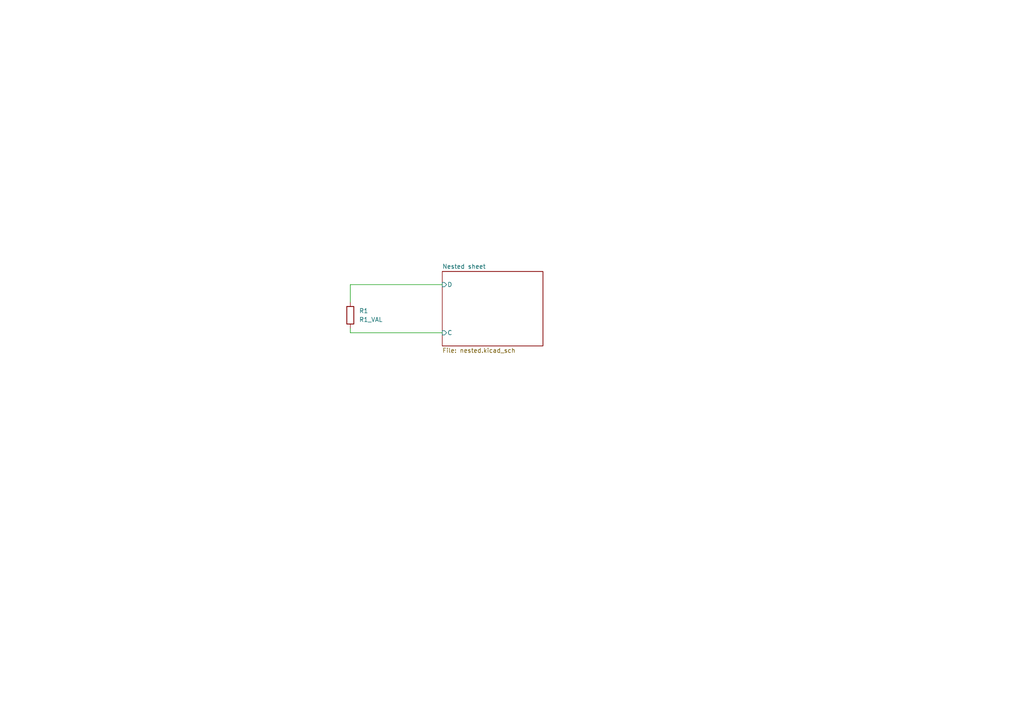
<source format=kicad_sch>
(kicad_sch (version 20230121) (generator eeschema)
  (paper "A4")
  (lib_symbols
    (symbol "Device:R" (pin_numbers hide) (pin_names (offset 0))
      (property "Reference" "R" (at 2.032 0 90))
      (property "Value" "R" (at 0 0 90))
      (symbol "R_0_1"
        (rectangle (start -1.016 -2.54) (end 1.016 2.54) (stroke (width 0.254)))
      )
      (symbol "R_1_1"
        (pin passive line (at 0 3.81 270) (length 1.27) (name "~") (number "1"))
        (pin passive line (at 0 -3.81 90) (length 1.27) (name "~") (number "2"))
      )
    )
  )
  (wire (pts (xy 128.27 96.52) (xy 101.6 96.52)))
  (wire (pts (xy 101.6 96.52) (xy 101.6 95.25)))
  (wire (pts (xy 101.6 82.55) (xy 101.6 87.63)))
  (wire (pts (xy 128.27 82.55) (xy 101.6 82.55)))
  (symbol (lib_id "Device:R") (at 101.6 91.44 0) (unit 1)
    (property "Reference" "R1" (at 104.14 90.1699 0) (effects (justify left)))
    (property "Value" "R1_VAL" (at 104.14 92.7099 0) (effects (justify left)))
    (property "Footprint" "Resistor_SMD:R_0603_1608Metric" (effects hide))
    (property "LCSC" "LCSC_R1" (effects hide))
  )
  (sheet (at 128.27 78.74) (size 29.21 21.59) (stroke (width 0.1524))
    (property "Sheetname" "Nested sheet" (at 128.27 78.0284 0) (effects (justify left bottom)))
    (property "Sheetfile" "nested.kicad_sch" (at 128.27 100.9146 0) (effects (justify left top)))
    (pin "D" input (at 128.27 82.55 180))
    (pin "C" input (at 128.27 96.52 180))
  )
)
</source>
